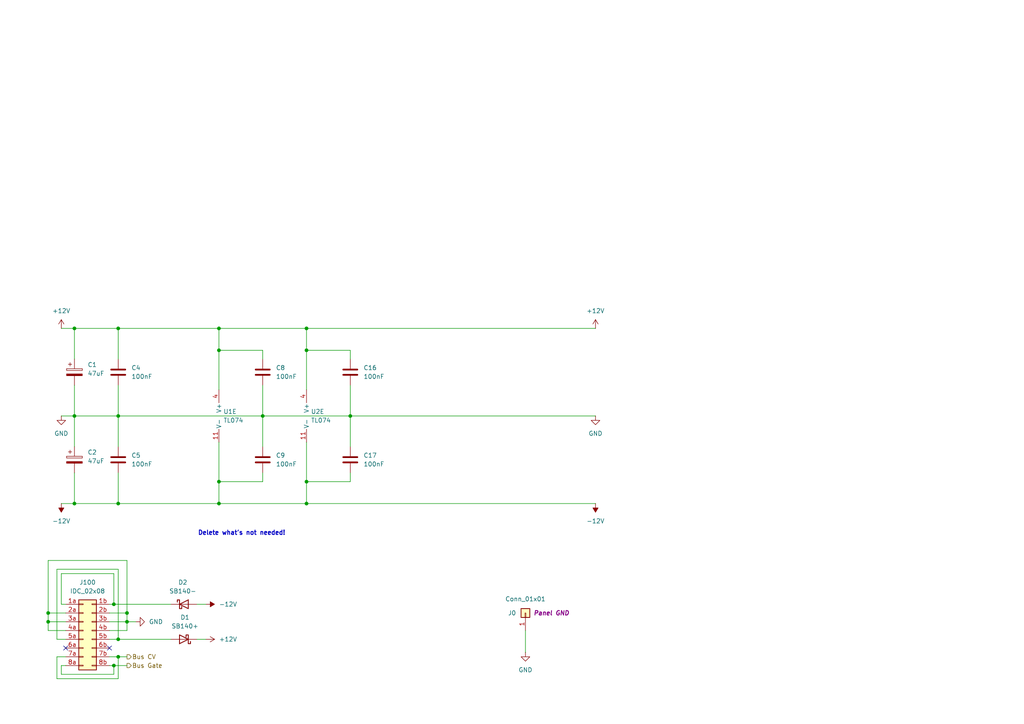
<source format=kicad_sch>
(kicad_sch (version 20231120) (generator "eeschema") (generator_version "8.0")
  (paper "A4")
  (title_block (title "Power Distribution") (company "DMH Instruments") (comment 1 "PCB for 10cm Kosmo format synthesizer module"))
  (lib_symbols
    (symbol "Amplifier_Operational:TL074" (pin_names (offset 0.127))
      (property "Reference" "U" (at 0 5.08 0))
      (property "Value" "TL074" (at 0 -5.08 0))
      (symbol "TL074_1_1"
        (polyline (pts (xy -5.08 5.08) (xy 5.08 0) (xy -5.08 -5.08) (xy -5.08 5.08)) (stroke (width 0.254)) (fill (type background)))
        (pin output line (at 7.62 0 180) (length 2.54) (name "~") (number "1"))
        (pin input line (at -7.62 -2.54 0) (length 2.54) (name "-") (number "2"))
        (pin input line (at -7.62 2.54 0) (length 2.54) (name "+") (number "3"))
      )
      (symbol "TL074_2_1"
        (polyline (pts (xy -5.08 5.08) (xy 5.08 0) (xy -5.08 -5.08) (xy -5.08 5.08)) (stroke (width 0.254)) (fill (type background)))
        (pin input line (at -7.62 2.54 0) (length 2.54) (name "+") (number "5"))
        (pin input line (at -7.62 -2.54 0) (length 2.54) (name "-") (number "6"))
        (pin output line (at 7.62 0 180) (length 2.54) (name "~") (number "7"))
      )
      (symbol "TL074_3_1"
        (polyline (pts (xy -5.08 5.08) (xy 5.08 0) (xy -5.08 -5.08) (xy -5.08 5.08)) (stroke (width 0.254)) (fill (type background)))
        (pin input line (at -7.62 2.54 0) (length 2.54) (name "+") (number "10"))
        (pin output line (at 7.62 0 180) (length 2.54) (name "~") (number "8"))
        (pin input line (at -7.62 -2.54 0) (length 2.54) (name "-") (number "9"))
      )
      (symbol "TL074_4_1"
        (polyline (pts (xy -5.08 5.08) (xy 5.08 0) (xy -5.08 -5.08) (xy -5.08 5.08)) (stroke (width 0.254)) (fill (type background)))
        (pin input line (at -7.62 2.54 0) (length 2.54) (name "+") (number "12"))
        (pin input line (at -7.62 -2.54 0) (length 2.54) (name "-") (number "13"))
        (pin output line (at 7.62 0 180) (length 2.54) (name "~") (number "14"))
      )
      (symbol "TL074_5_1"
        (pin power_in line (at -2.54 -7.62 90) (length 3.81) (name "V-") (number "11"))
        (pin power_in line (at -2.54 7.62 270) (length 3.81) (name "V+") (number "4"))
      )
    )
    (symbol "Connector_Generic:Conn_01x01" (pin_names (offset 1.016) hide)
      (property "Reference" "J" (at 0 2.54 0))
      (property "Value" "Conn_01x01" (at 0 -2.54 0))
      (symbol "Conn_01x01_1_1"
        (rectangle (start -1.27 0.127) (end 0 -0.127) (stroke (width 0.1524)))
        (rectangle (start -1.27 1.27) (end 1.27 -1.27) (stroke (width 0.254)) (fill (type background)))
        (pin passive line (at -5.08 0 0) (length 3.81) (name "Pin_1") (number "1"))
      )
    )
    (symbol "Device:C" (pin_numbers hide) (pin_names (offset 0.254))
      (property "Reference" "C" (at 0.635 2.54 0))
      (property "Value" "C" (at 0.635 -2.54 0))
      (symbol "C_0_1"
        (polyline (pts (xy -2.032 -0.762) (xy 2.032 -0.762)) (stroke (width 0.508)))
        (polyline (pts (xy -2.032 0.762) (xy 2.032 0.762)) (stroke (width 0.508)))
      )
      (symbol "C_1_1"
        (pin passive line (at 0 3.81 270) (length 2.794) (name "~") (number "1"))
        (pin passive line (at 0 -3.81 90) (length 2.794) (name "~") (number "2"))
      )
    )
    (symbol "Device:C_Polarized" (pin_numbers hide) (pin_names (offset 0.254))
      (property "Reference" "C" (at 0.635 2.54 0))
      (property "Value" "C_Polarized" (at 0.635 -2.54 0))
      (symbol "C_Polarized_0_1"
        (rectangle (start -2.286 0.508) (end 2.286 1.016))
        (polyline (pts (xy -1.778 2.286) (xy -0.762 2.286)))
        (polyline (pts (xy -1.27 2.794) (xy -1.27 1.778)))
        (rectangle (start 2.286 -0.508) (end -2.286 -1.016) (fill (type outline)))
      )
      (symbol "C_Polarized_1_1"
        (pin passive line (at 0 3.81 270) (length 2.794) (name "~") (number "1"))
        (pin passive line (at 0 -3.81 90) (length 2.794) (name "~") (number "2"))
      )
    )
    (symbol "SynthStuff:Eurorack_Power_Connector_16Pin" (pin_names (offset 1.016) hide)
      (property "Reference" "J" (at 1.27 -16.51 0))
      (property "Value" "IDC_02x08" (at 1.27 -13.97 0))
      (symbol "Eurorack_Power_Connector_16Pin_1_1"
        (rectangle (start -1.27 -10.033) (end 0 -10.287) (stroke (width 0.1524)))
        (rectangle (start -1.27 -7.493) (end 0 -7.747) (stroke (width 0.1524)))
        (rectangle (start -1.27 -4.953) (end 0 -5.207) (stroke (width 0.1524)))
        (rectangle (start -1.27 -2.413) (end 0 -2.667) (stroke (width 0.1524)))
        (rectangle (start -1.27 0.127) (end 0 -0.127) (stroke (width 0.1524)))
        (rectangle (start -1.27 2.667) (end 0 2.413) (stroke (width 0.1524)))
        (rectangle (start -1.27 5.207) (end 0 4.953) (stroke (width 0.1524)))
        (rectangle (start -1.27 7.747) (end 0 7.493) (stroke (width 0.1524)))
        (rectangle (start -1.27 8.89) (end 3.81 -11.43) (stroke (width 0.254)) (fill (type background)))
        (rectangle (start 3.81 -10.033) (end 2.54 -10.287) (stroke (width 0.1524)))
        (rectangle (start 3.81 -7.493) (end 2.54 -7.747) (stroke (width 0.1524)))
        (rectangle (start 3.81 -4.953) (end 2.54 -5.207) (stroke (width 0.1524)))
        (rectangle (start 3.81 -2.413) (end 2.54 -2.667) (stroke (width 0.1524)))
        (rectangle (start 3.81 0.127) (end 2.54 -0.127) (stroke (width 0.1524)))
        (rectangle (start 3.81 2.667) (end 2.54 2.413) (stroke (width 0.1524)))
        (rectangle (start 3.81 5.207) (end 2.54 4.953) (stroke (width 0.1524)))
        (rectangle (start 3.81 7.747) (end 2.54 7.493) (stroke (width 0.1524)))
        (pin power_out line (at -5.08 7.62 0) (length 3.81) (name "Pin_1a") (number "1a"))
        (pin passive line (at 7.62 7.62 180) (length 3.81) (name "Pin_1b") (number "1b"))
        (pin power_out line (at -5.08 5.08 0) (length 3.81) (name "Pin_2a") (number "2a"))
        (pin passive line (at 7.62 5.08 180) (length 3.81) (name "Pin_2b") (number "2b"))
        (pin passive line (at -5.08 2.54 0) (length 3.81) (name "Pin_3a") (number "3a"))
        (pin passive line (at 7.62 2.54 180) (length 3.81) (name "Pin_3b") (number "3b"))
        (pin passive line (at -5.08 0 0) (length 3.81) (name "Pin_4a") (number "4a"))
        (pin passive line (at 7.62 0 180) (length 3.81) (name "Pin_4b") (number "4b"))
        (pin power_out line (at -5.08 -2.54 0) (length 3.81) (name "Pin_5a") (number "5a"))
        (pin passive line (at 7.62 -2.54 180) (length 3.81) (name "Pin_5b") (number "5b"))
        (pin power_out line (at -5.08 -5.08 0) (length 3.81) (name "Pin_6a") (number "6a"))
        (pin passive line (at 7.62 -5.08 180) (length 3.81) (name "Pin_6b") (number "6b"))
        (pin passive line (at -5.08 -7.62 0) (length 3.81) (name "Pin_7a") (number "7a"))
        (pin passive line (at 7.62 -7.62 180) (length 3.81) (name "Pin_7b") (number "7b"))
        (pin passive line (at -5.08 -10.16 0) (length 3.81) (name "Pin_8a") (number "8a"))
        (pin passive line (at 7.62 -10.16 180) (length 3.81) (name "Pin_8b") (number "8b"))
      )
    )
    (symbol "SynthStuff:Power_Bus_Schotty_+" (pin_numbers hide) (pin_names (offset 1.016) hide)
      (property "Reference" "D" (at 0 2.54 0))
      (property "Value" "SB140+" (at 0 -2.54 0))
      (symbol "Power_Bus_Schotty_+_0_1"
        (polyline (pts (xy 1.27 0) (xy -1.27 0)))
        (polyline (pts (xy 1.27 1.27) (xy 1.27 -1.27) (xy -1.27 0) (xy 1.27 1.27)) (stroke (width 0.254)))
        (polyline (pts (xy -1.905 0.635) (xy -1.905 1.27) (xy -1.27 1.27) (xy -1.27 -1.27) (xy -0.635 -1.27) (xy -0.635 -0.635)) (stroke (width 0.254)))
      )
      (symbol "Power_Bus_Schotty_+_1_1"
        (pin power_out line (at -3.81 0 0) (length 2.54) (name "K") (number "1"))
        (pin power_in line (at 3.81 0 180) (length 2.54) (name "A") (number "2"))
      )
    )
    (symbol "SynthStuff:Power_Bus_Schotty_-" (pin_numbers hide) (pin_names (offset 1.016) hide)
      (property "Reference" "D" (at 0 2.54 0))
      (property "Value" "SB140-" (at 0 -2.54 0))
      (symbol "Power_Bus_Schotty_-_0_1"
        (polyline (pts (xy 1.27 0) (xy -1.27 0)))
        (polyline (pts (xy 1.27 1.27) (xy 1.27 -1.27) (xy -1.27 0) (xy 1.27 1.27)) (stroke (width 0.254)))
        (polyline (pts (xy -1.905 0.635) (xy -1.905 1.27) (xy -1.27 1.27) (xy -1.27 -1.27) (xy -0.635 -1.27) (xy -0.635 -0.635)) (stroke (width 0.254)))
      )
      (symbol "Power_Bus_Schotty_-_1_1"
        (pin power_in line (at -3.81 0 0) (length 2.54) (name "K") (number "1"))
        (pin power_out line (at 3.81 0 180) (length 2.54) (name "A") (number "2"))
      )
    )
    (symbol "power:+12V" (power) (pin_numbers hide) (pin_names (offset 0) hide)
      (property "Value" "+12V" (at 0 3.556 0))
      (symbol "+12V_0_1"
        (polyline (pts (xy -0.762 1.27) (xy 0 2.54)))
        (polyline (pts (xy 0 0) (xy 0 2.54)))
        (polyline (pts (xy 0 2.54) (xy 0.762 1.27)))
      )
      (symbol "+12V_1_1"
        (pin power_in line (at 0 0 90) (length 0) (name "~") (number "1"))
      )
    )
    (symbol "power:-12V" (power) (pin_numbers hide) (pin_names (offset 0) hide)
      (property "Value" "-12V" (at 0 3.556 0))
      (symbol "-12V_0_0"
        (pin power_in line (at 0 0 90) (length 0) (name "~") (number "1"))
      )
      (symbol "-12V_0_1"
        (polyline (pts (xy 0 0) (xy 0 1.27) (xy 0.762 1.27) (xy 0 2.54) (xy -0.762 1.27) (xy 0 1.27)) (fill (type outline)))
      )
    )
    (symbol "power:GND" (power) (pin_numbers hide) (pin_names (offset 0) hide)
      (property "Value" "GND" (at 0 -3.81 0))
      (symbol "GND_0_1"
        (polyline (pts (xy 0 0) (xy 0 -1.27) (xy 1.27 -1.27) (xy 0 -2.54) (xy -1.27 -1.27) (xy 0 -1.27)))
      )
      (symbol "GND_1_1"
        (pin power_in line (at 0 0 270) (length 0) (name "~") (number "1"))
      )
    )
  )
  (junction (at 63.5 95.25))
  (junction (at 33.02 193.04))
  (junction (at 34.29 146.05))
  (junction (at 33.02 175.26))
  (junction (at 88.9 139.7))
  (junction (at 21.59 95.25))
  (junction (at 63.5 146.05))
  (junction (at 34.29 95.25))
  (junction (at 76.2 120.65))
  (junction (at 36.83 180.34))
  (junction (at 34.29 185.42))
  (junction (at 63.5 139.7))
  (junction (at 21.59 146.05))
  (junction (at 101.6 120.65))
  (junction (at 88.9 95.25))
  (junction (at 36.83 177.8))
  (junction (at 13.97 180.34))
  (junction (at 63.5 101.6))
  (junction (at 34.29 190.5))
  (junction (at 21.59 120.65))
  (junction (at 13.97 177.8))
  (junction (at 34.29 120.65))
  (junction (at 88.9 101.6))
  (junction (at 88.9 146.05))
  (no_connect (at 19.05 187.96))
  (no_connect (at 31.75 187.96))
  (wire (pts (xy 33.02 193.04) (xy 36.83 193.04)))
  (wire (pts (xy 88.9 146.05) (xy 172.72 146.05)))
  (wire (pts (xy 13.97 162.56) (xy 13.97 177.8)))
  (wire (pts (xy 33.02 195.58) (xy 33.02 193.04)))
  (wire (pts (xy 63.5 139.7) (xy 63.5 146.05)))
  (wire (pts (xy 76.2 137.16) (xy 76.2 139.7)))
  (wire (pts (xy 88.9 95.25) (xy 172.72 95.25)))
  (wire (pts (xy 76.2 120.65) (xy 76.2 129.54)))
  (wire (pts (xy 88.9 128.27) (xy 88.9 139.7)))
  (wire (pts (xy 17.78 120.65) (xy 21.59 120.65)))
  (wire (pts (xy 13.97 180.34) (xy 13.97 177.8)))
  (wire (pts (xy 21.59 120.65) (xy 34.29 120.65)))
  (wire (pts (xy 63.5 101.6) (xy 63.5 113.03)))
  (wire (pts (xy 21.59 146.05) (xy 34.29 146.05)))
  (wire (pts (xy 34.29 165.1) (xy 34.29 185.42)))
  (wire (pts (xy 63.5 101.6) (xy 76.2 101.6)))
  (wire (pts (xy 19.05 180.34) (xy 13.97 180.34)))
  (wire (pts (xy 19.05 185.42) (xy 16.51 185.42)))
  (wire (pts (xy 21.59 95.25) (xy 21.59 104.14)))
  (wire (pts (xy 88.9 139.7) (xy 88.9 146.05)))
  (wire (pts (xy 34.29 190.5) (xy 34.29 196.85)))
  (wire (pts (xy 34.29 95.25) (xy 63.5 95.25)))
  (wire (pts (xy 17.78 95.25) (xy 21.59 95.25)))
  (wire (pts (xy 31.75 185.42) (xy 34.29 185.42)))
  (wire (pts (xy 19.05 177.8) (xy 13.97 177.8)))
  (wire (pts (xy 36.83 162.56) (xy 13.97 162.56)))
  (wire (pts (xy 31.75 182.88) (xy 36.83 182.88)))
  (wire (pts (xy 88.9 101.6) (xy 88.9 113.03)))
  (wire (pts (xy 19.05 182.88) (xy 13.97 182.88)))
  (wire (pts (xy 31.75 193.04) (xy 33.02 193.04)))
  (wire (pts (xy 34.29 185.42) (xy 49.53 185.42)))
  (wire (pts (xy 21.59 95.25) (xy 34.29 95.25)))
  (wire (pts (xy 34.29 190.5) (xy 36.83 190.5)))
  (wire (pts (xy 36.83 177.8) (xy 36.83 162.56)))
  (wire (pts (xy 101.6 104.14) (xy 101.6 101.6)))
  (wire (pts (xy 31.75 180.34) (xy 36.83 180.34)))
  (wire (pts (xy 152.4 182.88) (xy 152.4 189.23)))
  (wire (pts (xy 19.05 175.26) (xy 17.78 175.26)))
  (wire (pts (xy 19.05 190.5) (xy 16.51 190.5)))
  (wire (pts (xy 31.75 175.26) (xy 33.02 175.26)))
  (wire (pts (xy 34.29 95.25) (xy 34.29 104.14)))
  (wire (pts (xy 57.15 175.26) (xy 59.69 175.26)))
  (wire (pts (xy 57.15 185.42) (xy 59.69 185.42)))
  (wire (pts (xy 101.6 111.76) (xy 101.6 120.65)))
  (wire (pts (xy 36.83 182.88) (xy 36.83 180.34)))
  (wire (pts (xy 21.59 111.76) (xy 21.59 120.65)))
  (wire (pts (xy 21.59 120.65) (xy 21.59 129.54)))
  (wire (pts (xy 16.51 165.1) (xy 34.29 165.1)))
  (wire (pts (xy 76.2 111.76) (xy 76.2 120.65)))
  (wire (pts (xy 34.29 120.65) (xy 76.2 120.65)))
  (wire (pts (xy 33.02 166.37) (xy 33.02 175.26)))
  (wire (pts (xy 34.29 137.16) (xy 34.29 146.05)))
  (wire (pts (xy 17.78 166.37) (xy 33.02 166.37)))
  (wire (pts (xy 101.6 137.16) (xy 101.6 139.7)))
  (wire (pts (xy 101.6 120.65) (xy 101.6 129.54)))
  (wire (pts (xy 31.75 190.5) (xy 34.29 190.5)))
  (wire (pts (xy 17.78 195.58) (xy 33.02 195.58)))
  (wire (pts (xy 34.29 111.76) (xy 34.29 120.65)))
  (wire (pts (xy 76.2 120.65) (xy 101.6 120.65)))
  (wire (pts (xy 16.51 196.85) (xy 34.29 196.85)))
  (wire (pts (xy 101.6 139.7) (xy 88.9 139.7)))
  (wire (pts (xy 33.02 175.26) (xy 49.53 175.26)))
  (wire (pts (xy 88.9 95.25) (xy 88.9 101.6)))
  (wire (pts (xy 101.6 120.65) (xy 172.72 120.65)))
  (wire (pts (xy 21.59 137.16) (xy 21.59 146.05)))
  (wire (pts (xy 63.5 95.25) (xy 88.9 95.25)))
  (wire (pts (xy 17.78 193.04) (xy 17.78 195.58)))
  (wire (pts (xy 16.51 190.5) (xy 16.51 196.85)))
  (wire (pts (xy 101.6 101.6) (xy 88.9 101.6)))
  (wire (pts (xy 76.2 104.14) (xy 76.2 101.6)))
  (wire (pts (xy 19.05 193.04) (xy 17.78 193.04)))
  (wire (pts (xy 17.78 146.05) (xy 21.59 146.05)))
  (wire (pts (xy 63.5 95.25) (xy 63.5 101.6)))
  (wire (pts (xy 36.83 180.34) (xy 39.37 180.34)))
  (wire (pts (xy 63.5 128.27) (xy 63.5 139.7)))
  (wire (pts (xy 31.75 177.8) (xy 36.83 177.8)))
  (wire (pts (xy 76.2 139.7) (xy 63.5 139.7)))
  (wire (pts (xy 13.97 182.88) (xy 13.97 180.34)))
  (wire (pts (xy 16.51 185.42) (xy 16.51 165.1)))
  (wire (pts (xy 63.5 146.05) (xy 88.9 146.05)))
  (wire (pts (xy 17.78 175.26) (xy 17.78 166.37)))
  (wire (pts (xy 36.83 180.34) (xy 36.83 177.8)))
  (wire (pts (xy 34.29 120.65) (xy 34.29 129.54)))
  (wire (pts (xy 34.29 146.05) (xy 63.5 146.05)))
  (text "Delete what's not needed!" (exclude_from_sim yes) (at 70.104 154.686 0) (effects (font (size 1.27 1.27) (thickness 0.254) (bold yes))))
  (hierarchical_label "Bus Gate" (shape output) (at 36.83 193.04 0))
  (hierarchical_label "Bus CV" (shape output) (at 36.83 190.5 0))
  (symbol (lib_id "Device:C") (at 34.29 107.95 0) (unit 1) (on_board no)
    (property "Reference" "C4" (at 38.1 106.6799 0) (effects (justify left)))
    (property "Value" "100nF" (at 38.1 109.2199 0) (effects (justify left)))
    (property "Footprint" "Capacitor_THT:C_Disc_D4.3mm_W1.9mm_P5.00mm" (effects (hide yes)))
    (property "Description" "Unpolarized capacitor" (effects (hide yes)))
  )
  (symbol (lib_id "Device:C_Polarized") (at 21.59 133.35 0) (unit 1) (on_board no)
    (property "Reference" "C2" (at 25.4 131.1909 0) (effects (justify left)))
    (property "Value" "47uF" (at 25.4 133.7309 0) (effects (justify left)))
    (property "Footprint" "Capacitor_THT:CP_Radial_D5.0mm_P2.00mm" (effects (hide yes)))
    (property "Description" "Polarized capacitor" (effects (hide yes)))
  )
  (symbol (lib_id "power:+12V") (at 59.69 185.42 270) (unit 1) (on_board no)
    (property "Reference" "#PWR02" (effects (hide yes)))
    (property "Value" "+12V" (at 63.5 185.4199 90) (effects (justify left)))
    (property "Description" "Power symbol creates a global label with name \"+12V\"" (effects (hide yes)))
  )
  (symbol (lib_id "Device:C") (at 76.2 107.95 0) (unit 1) (on_board no)
    (property "Reference" "C8" (at 80.01 106.6799 0) (effects (justify left)))
    (property "Value" "100nF" (at 80.01 109.2199 0) (effects (justify left)))
    (property "Footprint" "Capacitor_THT:C_Disc_D4.3mm_W1.9mm_P5.00mm" (effects (hide yes)))
    (property "Description" "Unpolarized capacitor" (effects (hide yes)))
  )
  (symbol (lib_id "Amplifier_Operational:TL074") (at 91.44 120.65 0) (unit 5) (on_board no)
    (property "Reference" "U2" (at 90.17 119.3799 0) (effects (justify left)))
    (property "Value" "TL074" (at 90.17 121.9199 0) (effects (justify left)))
    (property "Footprint" "Package_DIP:DIP-14_W7.62mm_Socket" (effects (hide yes)))
    (property "Datasheet" "http://www.ti.com/lit/ds/symlink/tl071.pdf" (effects (hide yes)))
    (property "Description" "Quad Low-Noise JFET-Input Operational Amplifiers, DIP-14/SOIC-14" (effects (hide yes)))
  )
  (symbol (lib_id "power:+12V") (at 17.78 95.25 0) (unit 1) (on_board no)
    (property "Reference" "#PWR013" (effects (hide yes)))
    (property "Value" "+12V" (at 17.78 90.17 0))
    (property "Description" "Power symbol creates a global label with name \"+12V\"" (effects (hide yes)))
  )
  (symbol (lib_id "power:GND") (at 39.37 180.34 90) (unit 1) (on_board no)
    (property "Reference" "#PWR04" (effects (hide yes)))
    (property "Value" "GND" (at 43.18 180.3399 90) (effects (justify right)))
    (property "Description" "Power symbol creates a global label with name \"GND\" , ground" (effects (hide yes)))
  )
  (symbol (lib_id "power:-12V") (at 17.78 146.05 180) (unit 1) (on_board no)
    (property "Reference" "#PWR017" (effects (hide yes)))
    (property "Value" "-12V" (at 17.78 151.13 0))
    (property "Description" "Power symbol creates a global label with name \"-12V\"" (effects (hide yes)))
  )
  (symbol (lib_id "power:GND") (at 152.4 189.23 0) (unit 1) (on_board no)
    (property "Reference" "#PWR08" (effects (hide yes)))
    (property "Value" "GND" (at 152.4 194.31 0))
    (property "Description" "Power symbol creates a global label with name \"GND\" , ground" (effects (hide yes)))
  )
  (symbol (lib_id "Device:C") (at 76.2 133.35 0) (unit 1) (on_board no)
    (property "Reference" "C9" (at 80.01 132.0799 0) (effects (justify left)))
    (property "Value" "100nF" (at 80.01 134.6199 0) (effects (justify left)))
    (property "Footprint" "Capacitor_THT:C_Disc_D4.3mm_W1.9mm_P5.00mm" (effects (hide yes)))
    (property "Description" "Unpolarized capacitor" (effects (hide yes)))
  )
  (symbol (lib_id "Connector_Generic:Conn_01x01") (at 152.4 177.8 90) (unit 1) (on_board no)
    (property "Reference" "J0" (at 147.32 177.8 90) (effects (justify right)))
    (property "Value" "Conn_01x01" (at 152.4 173.736 90))
    (property "Footprint" "Connector_PinHeader_2.54mm:PinHeader_1x01_P2.54mm_Vertical" (effects (hide yes)))
    (property "Description" "Generic connector, single row, 01x01, script generated (kicad-library-utils/schlib/autogen/connector/)" (effects (hide yes)))
    (property "Function" "Panel GND" (at 160.02 177.8 90) (effects (font (thickness 0.254) (bold yes) (italic yes))))
  )
  (symbol (lib_id "Device:C") (at 34.29 133.35 0) (unit 1) (on_board no)
    (property "Reference" "C5" (at 38.1 132.0799 0) (effects (justify left)))
    (property "Value" "100nF" (at 38.1 134.6199 0) (effects (justify left)))
    (property "Footprint" "Capacitor_THT:C_Disc_D4.3mm_W1.9mm_P5.00mm" (effects (hide yes)))
    (property "Description" "Unpolarized capacitor" (effects (hide yes)))
  )
  (symbol (lib_id "Device:C") (at 101.6 133.35 0) (unit 1) (on_board no)
    (property "Reference" "C17" (at 105.41 132.0799 0) (effects (justify left)))
    (property "Value" "100nF" (at 105.41 134.6199 0) (effects (justify left)))
    (property "Footprint" "Capacitor_THT:C_Disc_D4.3mm_W1.9mm_P5.00mm" (effects (hide yes)))
    (property "Description" "Unpolarized capacitor" (effects (hide yes)))
  )
  (symbol (lib_id "power:GND") (at 17.78 120.65 0) (unit 1) (on_board no)
    (property "Reference" "#PWR015" (effects (hide yes)))
    (property "Value" "GND" (at 17.78 125.73 0))
    (property "Description" "Power symbol creates a global label with name \"GND\" , ground" (effects (hide yes)))
  )
  (symbol (lib_id "power:-12V") (at 59.69 175.26 270) (unit 1) (on_board no)
    (property "Reference" "#PWR01" (effects (hide yes)))
    (property "Value" "-12V" (at 63.5 175.2599 90) (effects (justify left)))
    (property "Description" "Power symbol creates a global label with name \"-12V\"" (effects (hide yes)))
  )
  (symbol (lib_id "power:+12V") (at 172.72 95.25 0) (unit 1) (on_board no)
    (property "Reference" "#PWR014" (effects (hide yes)))
    (property "Value" "+12V" (at 172.72 90.17 0))
    (property "Description" "Power symbol creates a global label with name \"+12V\"" (effects (hide yes)))
  )
  (symbol (lib_id "power:GND") (at 172.72 120.65 0) (unit 1) (on_board no)
    (property "Reference" "#PWR016" (effects (hide yes)))
    (property "Value" "GND" (at 172.72 125.73 0))
    (property "Description" "Power symbol creates a global label with name \"GND\" , ground" (effects (hide yes)))
  )
  (symbol (lib_id "SynthStuff:Power_Bus_Schotty_-") (at 53.34 175.26 0) (unit 1) (on_board no)
    (property "Reference" "D2" (at 53.0225 168.91 0))
    (property "Value" "SB140-" (at 53.0225 171.45 0))
    (property "Footprint" "Diode_THT:D_DO-41_SOD81_P10.16mm_Horizontal" (effects (hide yes)))
    (property "Datasheet" "http://www.diodes.com/_files/datasheets/ds23022.pdf" (effects (hide yes)))
    (property "Description" "40V 1A Schottky Barrier Rectifier Diode, DO-41" (effects (hide yes)))
  )
  (symbol (lib_id "SynthStuff:Power_Bus_Schotty_+") (at 53.34 185.42 180) (unit 1) (on_board no)
    (property "Reference" "D1" (at 53.6575 179.07 0))
    (property "Value" "SB140+" (at 53.6575 181.61 0))
    (property "Footprint" "Diode_THT:D_DO-41_SOD81_P10.16mm_Horizontal" (effects (hide yes)))
    (property "Datasheet" "http://www.diodes.com/_files/datasheets/ds23022.pdf" (effects (hide yes)))
    (property "Description" "40V 1A Schottky Barrier Rectifier Diode, DO-41" (effects (hide yes)))
  )
  (symbol (lib_id "Amplifier_Operational:TL074") (at 60.96 120.65 0) (mirror y) (unit 5) (on_board no)
    (property "Reference" "U1" (at 64.77 119.3799 0) (effects (justify right)))
    (property "Value" "TL074" (at 64.77 121.9199 0) (effects (justify right)))
    (property "Footprint" "Package_DIP:DIP-14_W7.62mm_Socket" (effects (hide yes)))
    (property "Datasheet" "http://www.ti.com/lit/ds/symlink/tl071.pdf" (effects (hide yes)))
    (property "Description" "Quad Low-Noise JFET-Input Operational Amplifiers, DIP-14/SOIC-14" (effects (hide yes)))
  )
  (symbol (lib_id "Device:C_Polarized") (at 21.59 107.95 0) (unit 1) (on_board no)
    (property "Reference" "C1" (at 25.4 105.7909 0) (effects (justify left)))
    (property "Value" "47uF" (at 25.4 108.3309 0) (effects (justify left)))
    (property "Footprint" "Capacitor_THT:CP_Radial_D5.0mm_P2.00mm" (effects (hide yes)))
    (property "Description" "Polarized capacitor" (effects (hide yes)))
  )
  (symbol (lib_id "power:-12V") (at 172.72 146.05 180) (unit 1) (on_board no)
    (property "Reference" "#PWR018" (effects (hide yes)))
    (property "Value" "-12V" (at 172.72 151.13 0))
    (property "Description" "Power symbol creates a global label with name \"-12V\"" (effects (hide yes)))
  )
  (symbol (lib_id "Device:C") (at 101.6 107.95 0) (unit 1) (on_board no)
    (property "Reference" "C16" (at 105.41 106.6799 0) (effects (justify left)))
    (property "Value" "100nF" (at 105.41 109.2199 0) (effects (justify left)))
    (property "Footprint" "Capacitor_THT:C_Disc_D4.3mm_W1.9mm_P5.00mm" (effects (hide yes)))
    (property "Description" "Unpolarized capacitor" (effects (hide yes)))
  )
  (symbol (lib_id "SynthStuff:Eurorack_Power_Connector_16Pin") (at 24.13 182.88 0) (unit 1) (on_board no)
    (property "Reference" "J100" (at 25.4 168.91 0))
    (property "Value" "IDC_02x08" (at 25.4 171.45 0))
    (property "Footprint" "SynthStuff:IDC-Header_2x08_P2.54mm_Vertical_Eurorack" (effects (hide yes)))
    (property "Description" "IDC jack, 2x8 pins, row a carries same signals as row b." (effects (hide yes)))
  )
)
</source>
